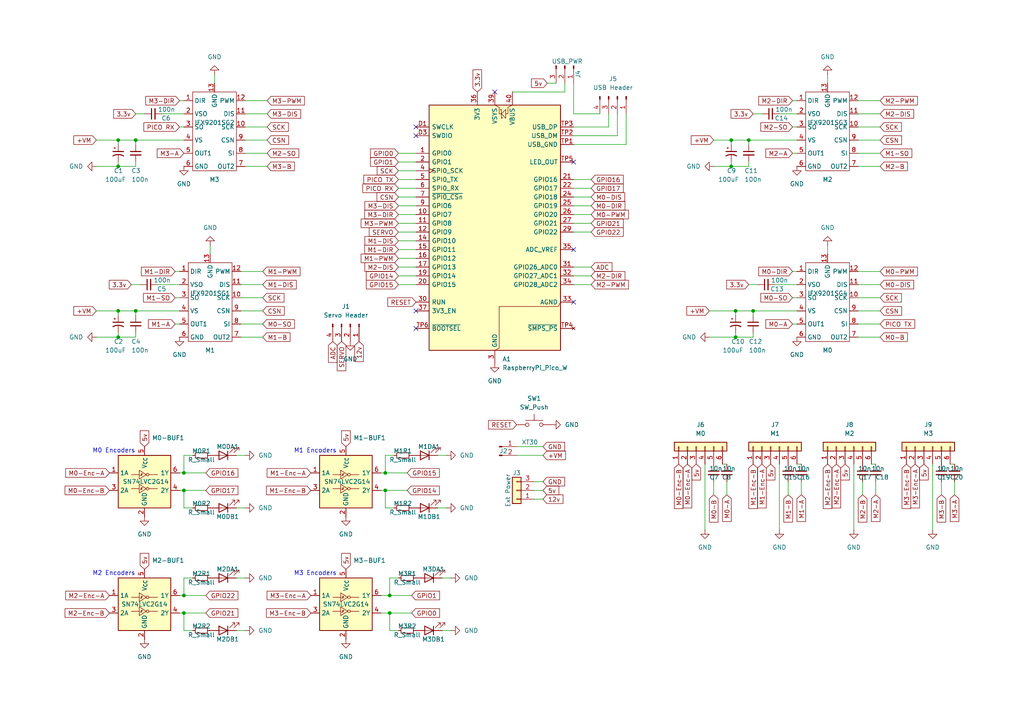
<source format=kicad_sch>
(kicad_sch (version 20231120) (generator "eeschema") (generator_version "8.0")
  (paper "A4")
  (junction (at 34.29 48.26))
  (junction (at 212.09 48.26))
  (junction (at 218.44 90.17))
  (junction (at 53.34 177.8))
  (junction (at 113.03 172.72))
  (junction (at 113.03 177.8))
  (junction (at 111.76 142.24))
  (junction (at 111.76 137.16))
  (junction (at 34.29 90.17))
  (junction (at 53.34 137.16))
  (junction (at 34.29 40.64))
  (junction (at 213.36 90.17))
  (junction (at 34.29 97.79))
  (junction (at 217.17 40.64))
  (junction (at 53.34 172.72))
  (junction (at 213.36 97.79))
  (junction (at 39.37 40.64))
  (junction (at 39.37 90.17))
  (junction (at 212.09 40.64))
  (junction (at 53.34 142.24))
  (no_connect (at 166.37 72.39))
  (no_connect (at 120.65 90.17))
  (no_connect (at 120.65 36.83))
  (no_connect (at 166.37 87.63))
  (no_connect (at 143.51 26.67))
  (no_connect (at 120.65 39.37))
  (no_connect (at 166.37 46.99))
  (no_connect (at 120.65 95.25))
  (wire (pts (xy 166.37 41.91) (xy 181.61 41.91)))
  (wire (pts (xy 273.05 139.7) (xy 273.05 143.51)))
  (wire (pts (xy 76.2 97.79) (xy 69.85 97.79)))
  (wire (pts (xy 27.94 97.79) (xy 34.29 97.79)))
  (wire (pts (xy 59.69 172.72) (xy 53.34 172.72)))
  (wire (pts (xy 149.86 132.08) (xy 157.48 132.08)))
  (wire (pts (xy 166.37 82.55) (xy 171.45 82.55)))
  (wire (pts (xy 27.94 48.26) (xy 34.29 48.26)))
  (wire (pts (xy 114.3 132.08) (xy 111.76 132.08)))
  (wire (pts (xy 59.69 142.24) (xy 53.34 142.24)))
  (wire (pts (xy 157.48 129.54) (xy 149.86 129.54)))
  (wire (pts (xy 39.37 40.64) (xy 39.37 41.91)))
  (wire (pts (xy 53.34 177.8) (xy 53.34 182.88)))
  (wire (pts (xy 115.57 167.64) (xy 113.03 167.64)))
  (wire (pts (xy 68.58 132.08) (xy 71.12 132.08)))
  (wire (pts (xy 217.17 40.64) (xy 231.14 40.64)))
  (wire (pts (xy 229.87 36.83) (xy 231.14 36.83)))
  (wire (pts (xy 68.58 167.64) (xy 71.12 167.64)))
  (wire (pts (xy 115.57 82.55) (xy 120.65 82.55)))
  (wire (pts (xy 204.47 134.62) (xy 204.47 153.67)))
  (wire (pts (xy 52.07 36.83) (xy 53.34 36.83)))
  (wire (pts (xy 69.85 90.17) (xy 76.2 90.17)))
  (wire (pts (xy 69.85 93.98) (xy 76.2 93.98)))
  (wire (pts (xy 166.37 54.61) (xy 171.45 54.61)))
  (wire (pts (xy 179.07 33.02) (xy 179.07 39.37)))
  (wire (pts (xy 111.76 142.24) (xy 111.76 147.32)))
  (wire (pts (xy 218.44 96.52) (xy 218.44 97.79)))
  (wire (pts (xy 111.76 142.24) (xy 110.49 142.24)))
  (wire (pts (xy 207.01 139.7) (xy 207.01 143.51)))
  (wire (pts (xy 39.37 46.99) (xy 39.37 48.26)))
  (wire (pts (xy 218.44 90.17) (xy 218.44 91.44)))
  (wire (pts (xy 217.17 82.55) (xy 219.71 82.55)))
  (wire (pts (xy 218.44 90.17) (xy 231.14 90.17)))
  (wire (pts (xy 39.37 40.64) (xy 53.34 40.64)))
  (wire (pts (xy 248.92 44.45) (xy 255.27 44.45)))
  (wire (pts (xy 248.92 29.21) (xy 255.27 29.21)))
  (wire (pts (xy 275.59 134.62) (xy 276.86 134.62)))
  (wire (pts (xy 248.92 93.98) (xy 255.27 93.98)))
  (wire (pts (xy 115.57 69.85) (xy 120.65 69.85)))
  (wire (pts (xy 71.12 40.64) (xy 77.47 40.64)))
  (wire (pts (xy 158.75 24.13) (xy 161.29 24.13)))
  (wire (pts (xy 71.12 36.83) (xy 77.47 36.83)))
  (wire (pts (xy 60.96 71.12) (xy 60.96 73.66)))
  (wire (pts (xy 53.34 132.08) (xy 53.34 137.16)))
  (wire (pts (xy 166.37 62.23) (xy 171.45 62.23)))
  (wire (pts (xy 166.37 57.15) (xy 171.45 57.15)))
  (wire (pts (xy 27.94 40.64) (xy 34.29 40.64)))
  (wire (pts (xy 207.01 40.64) (xy 212.09 40.64)))
  (wire (pts (xy 229.87 78.74) (xy 231.14 78.74)))
  (wire (pts (xy 115.57 182.88) (xy 113.03 182.88)))
  (wire (pts (xy 127 147.32) (xy 129.54 147.32)))
  (wire (pts (xy 71.12 48.26) (xy 77.47 48.26)))
  (wire (pts (xy 276.86 139.7) (xy 276.86 143.51)))
  (wire (pts (xy 248.92 78.74) (xy 255.27 78.74)))
  (wire (pts (xy 114.3 147.32) (xy 111.76 147.32)))
  (wire (pts (xy 229.87 29.21) (xy 231.14 29.21)))
  (wire (pts (xy 53.34 172.72) (xy 52.07 172.72)))
  (wire (pts (xy 45.72 82.55) (xy 52.07 82.55)))
  (wire (pts (xy 240.03 71.12) (xy 240.03 73.66)))
  (wire (pts (xy 232.41 139.7) (xy 232.41 143.51)))
  (wire (pts (xy 39.37 90.17) (xy 52.07 90.17)))
  (wire (pts (xy 59.69 177.8) (xy 53.34 177.8)))
  (wire (pts (xy 210.82 143.51) (xy 210.82 139.7)))
  (wire (pts (xy 148.59 26.67) (xy 163.83 26.67)))
  (wire (pts (xy 166.37 77.47) (xy 171.45 77.47)))
  (wire (pts (xy 50.8 86.36) (xy 52.07 86.36)))
  (wire (pts (xy 34.29 48.26) (xy 39.37 48.26)))
  (wire (pts (xy 224.79 82.55) (xy 231.14 82.55)))
  (wire (pts (xy 212.09 46.99) (xy 212.09 48.26)))
  (wire (pts (xy 53.34 137.16) (xy 52.07 137.16)))
  (wire (pts (xy 34.29 46.99) (xy 34.29 48.26)))
  (wire (pts (xy 166.37 39.37) (xy 179.07 39.37)))
  (wire (pts (xy 207.01 48.26) (xy 212.09 48.26)))
  (wire (pts (xy 62.23 21.59) (xy 62.23 24.13)))
  (wire (pts (xy 176.53 33.02) (xy 176.53 36.83)))
  (wire (pts (xy 228.6 139.7) (xy 228.6 143.51)))
  (wire (pts (xy 217.17 40.64) (xy 217.17 41.91)))
  (wire (pts (xy 118.11 142.24) (xy 111.76 142.24)))
  (wire (pts (xy 115.57 59.69) (xy 120.65 59.69)))
  (wire (pts (xy 55.88 182.88) (xy 53.34 182.88)))
  (wire (pts (xy 154.94 139.7) (xy 157.48 139.7)))
  (wire (pts (xy 39.37 96.52) (xy 39.37 97.79)))
  (wire (pts (xy 218.44 33.02) (xy 220.98 33.02)))
  (wire (pts (xy 71.12 33.02) (xy 77.47 33.02)))
  (wire (pts (xy 127 132.08) (xy 129.54 132.08)))
  (wire (pts (xy 68.58 182.88) (xy 71.12 182.88)))
  (wire (pts (xy 68.58 147.32) (xy 71.12 147.32)))
  (wire (pts (xy 229.87 86.36) (xy 231.14 86.36)))
  (wire (pts (xy 166.37 52.07) (xy 171.45 52.07)))
  (wire (pts (xy 248.92 36.83) (xy 255.27 36.83)))
  (wire (pts (xy 113.03 177.8) (xy 113.03 182.88)))
  (wire (pts (xy 181.61 33.02) (xy 181.61 41.91)))
  (wire (pts (xy 50.8 78.74) (xy 52.07 78.74)))
  (wire (pts (xy 166.37 67.31) (xy 171.45 67.31)))
  (wire (pts (xy 248.92 82.55) (xy 255.27 82.55)))
  (wire (pts (xy 166.37 36.83) (xy 176.53 36.83)))
  (wire (pts (xy 270.51 134.62) (xy 270.51 153.67)))
  (wire (pts (xy 229.87 44.45) (xy 231.14 44.45)))
  (wire (pts (xy 212.09 48.26) (xy 217.17 48.26)))
  (wire (pts (xy 53.34 142.24) (xy 52.07 142.24)))
  (wire (pts (xy 34.29 91.44) (xy 34.29 90.17)))
  (wire (pts (xy 213.36 90.17) (xy 218.44 90.17)))
  (wire (pts (xy 115.57 52.07) (xy 120.65 52.07)))
  (wire (pts (xy 110.49 172.72) (xy 113.03 172.72)))
  (wire (pts (xy 119.38 172.72) (xy 113.03 172.72)))
  (wire (pts (xy 212.09 40.64) (xy 217.17 40.64)))
  (wire (pts (xy 252.73 134.62) (xy 254 134.62)))
  (wire (pts (xy 53.34 177.8) (xy 52.07 177.8)))
  (wire (pts (xy 248.92 33.02) (xy 255.27 33.02)))
  (wire (pts (xy 27.94 90.17) (xy 34.29 90.17)))
  (wire (pts (xy 34.29 97.79) (xy 39.37 97.79)))
  (wire (pts (xy 213.36 96.52) (xy 213.36 97.79)))
  (wire (pts (xy 231.14 134.62) (xy 232.41 134.62)))
  (wire (pts (xy 46.99 33.02) (xy 53.34 33.02)))
  (wire (pts (xy 115.57 67.31) (xy 120.65 67.31)))
  (wire (pts (xy 115.57 80.01) (xy 120.65 80.01)))
  (wire (pts (xy 154.94 142.24) (xy 157.48 142.24)))
  (wire (pts (xy 213.36 91.44) (xy 213.36 90.17)))
  (wire (pts (xy 128.27 182.88) (xy 130.81 182.88)))
  (wire (pts (xy 59.69 137.16) (xy 53.34 137.16)))
  (wire (pts (xy 115.57 57.15) (xy 120.65 57.15)))
  (wire (pts (xy 55.88 147.32) (xy 53.34 147.32)))
  (wire (pts (xy 118.11 137.16) (xy 111.76 137.16)))
  (wire (pts (xy 38.1 82.55) (xy 40.64 82.55)))
  (wire (pts (xy 110.49 177.8) (xy 113.03 177.8)))
  (wire (pts (xy 115.57 54.61) (xy 120.65 54.61)))
  (wire (pts (xy 34.29 96.52) (xy 34.29 97.79)))
  (wire (pts (xy 205.74 97.79) (xy 213.36 97.79)))
  (wire (pts (xy 115.57 72.39) (xy 120.65 72.39)))
  (wire (pts (xy 248.92 97.79) (xy 255.27 97.79)))
  (wire (pts (xy 254 139.7) (xy 254 143.51)))
  (wire (pts (xy 229.87 93.98) (xy 231.14 93.98)))
  (wire (pts (xy 50.8 93.98) (xy 52.07 93.98)))
  (wire (pts (xy 250.19 139.7) (xy 250.19 143.51)))
  (wire (pts (xy 53.34 142.24) (xy 53.34 147.32)))
  (wire (pts (xy 115.57 44.45) (xy 120.65 44.45)))
  (wire (pts (xy 128.27 167.64) (xy 130.81 167.64)))
  (wire (pts (xy 52.07 29.21) (xy 53.34 29.21)))
  (wire (pts (xy 53.34 167.64) (xy 53.34 172.72)))
  (wire (pts (xy 55.88 132.08) (xy 53.34 132.08)))
  (wire (pts (xy 69.85 82.55) (xy 76.2 82.55)))
  (wire (pts (xy 119.38 177.8) (xy 113.03 177.8)))
  (wire (pts (xy 39.37 90.17) (xy 39.37 91.44)))
  (wire (pts (xy 226.06 134.62) (xy 226.06 153.67)))
  (wire (pts (xy 248.92 90.17) (xy 255.27 90.17)))
  (wire (pts (xy 69.85 78.74) (xy 76.2 78.74)))
  (wire (pts (xy 113.03 167.64) (xy 113.03 172.72)))
  (wire (pts (xy 247.65 134.62) (xy 247.65 153.67)))
  (wire (pts (xy 248.92 48.26) (xy 255.27 48.26)))
  (wire (pts (xy 240.03 21.59) (xy 240.03 24.13)))
  (wire (pts (xy 209.55 134.62) (xy 210.82 134.62)))
  (wire (pts (xy 154.94 144.78) (xy 157.48 144.78)))
  (wire (pts (xy 34.29 41.91) (xy 34.29 40.64)))
  (wire (pts (xy 115.57 77.47) (xy 120.65 77.47)))
  (wire (pts (xy 34.29 90.17) (xy 39.37 90.17)))
  (wire (pts (xy 115.57 49.53) (xy 120.65 49.53)))
  (wire (pts (xy 163.83 24.13) (xy 163.83 26.67)))
  (wire (pts (xy 166.37 64.77) (xy 171.45 64.77)))
  (wire (pts (xy 111.76 137.16) (xy 110.49 137.16)))
  (wire (pts (xy 39.37 33.02) (xy 41.91 33.02)))
  (wire (pts (xy 212.09 41.91) (xy 212.09 40.64)))
  (wire (pts (xy 166.37 80.01) (xy 171.45 80.01)))
  (wire (pts (xy 71.12 29.21) (xy 77.47 29.21)))
  (wire (pts (xy 55.88 167.64) (xy 53.34 167.64)))
  (wire (pts (xy 248.92 86.36) (xy 255.27 86.36)))
  (wire (pts (xy 166.37 33.02) (xy 173.99 33.02)))
  (wire (pts (xy 115.57 46.99) (xy 120.65 46.99)))
  (wire (pts (xy 71.12 44.45) (xy 77.47 44.45)))
  (wire (pts (xy 115.57 64.77) (xy 120.65 64.77)))
  (wire (pts (xy 115.57 62.23) (xy 120.65 62.23)))
  (wire (pts (xy 34.29 40.64) (xy 39.37 40.64)))
  (wire (pts (xy 115.57 74.93) (xy 120.65 74.93)))
  (wire (pts (xy 111.76 132.08) (xy 111.76 137.16)))
  (wire (pts (xy 217.17 46.99) (xy 217.17 48.26)))
  (wire (pts (xy 205.74 90.17) (xy 213.36 90.17)))
  (wire (pts (xy 226.06 33.02) (xy 231.14 33.02)))
  (wire (pts (xy 166.37 24.13) (xy 166.37 33.02)))
  (wire (pts (xy 248.92 40.64) (xy 255.27 40.64)))
  (wire (pts (xy 166.37 59.69) (xy 171.45 59.69)))
  (wire (pts (xy 69.85 86.36) (xy 76.2 86.36)))
  (wire (pts (xy 213.36 97.79) (xy 218.44 97.79)))
  (text "M3 Encoders" (at 91.44 166.37 0) (effects (font (size 1.27 1.27))))
  (text "M1 Encoders" (at 91.44 130.81 0) (effects (font (size 1.27 1.27))))
  (text "M2 Encoders" (at 33.02 166.37 0) (effects (font (size 1.27 1.27))))
  (text "M0 Encoders" (at 33.02 130.81 0) (effects (font (size 1.27 1.27))))
  (global_label "M2-PWM" (shape input) (at 171.45 82.55 0) (property "Intersheetrefs" "${INTERSHEET_REFS}" (effects (hide yes))))
  (global_label "PICO TX" (shape input) (at 255.27 93.98 0) (property "Intersheetrefs" "${INTERSHEET_REFS}" (effects (hide yes))))
  (global_label "M3-DIS" (shape input) (at 115.57 59.69 180) (property "Intersheetrefs" "${INTERSHEET_REFS}" (effects (hide yes))))
  (global_label "GPIO21" (shape input) (at 171.45 64.77 0) (property "Intersheetrefs" "${INTERSHEET_REFS}" (effects (hide yes))))
  (global_label "+VM" (shape input) (at 27.94 40.64 180) (property "Intersheetrefs" "${INTERSHEET_REFS}" (effects (hide yes))))
  (global_label "M0-Enc-B" (shape input) (at 196.85 134.62 270) (property "Intersheetrefs" "${INTERSHEET_REFS}" (effects (hide yes))))
  (global_label "CSN" (shape input) (at 77.47 40.64 0) (property "Intersheetrefs" "${INTERSHEET_REFS}" (effects (hide yes))))
  (global_label "M1-Enc-A" (shape input) (at 220.98 134.62 270) (property "Intersheetrefs" "${INTERSHEET_REFS}" (effects (hide yes))))
  (global_label "M3-Enc-B" (shape input) (at 262.89 134.62 270) (property "Intersheetrefs" "${INTERSHEET_REFS}" (effects (hide yes))))
  (global_label "5v" (shape input) (at 100.33 165.1 90) (property "Intersheetrefs" "${INTERSHEET_REFS}" (effects (hide yes))))
  (global_label "M3-Enc-B" (shape input) (at 90.17 177.8 180) (property "Intersheetrefs" "${INTERSHEET_REFS}" (effects (hide yes))))
  (global_label "PICO RX" (shape input) (at 52.07 36.83 180) (property "Intersheetrefs" "${INTERSHEET_REFS}" (effects (hide yes))))
  (global_label "GND" (shape input) (at 157.48 129.54 0) (property "Intersheetrefs" "${INTERSHEET_REFS}" (effects (hide yes))))
  (global_label "3.3v" (shape input) (at 39.37 33.02 180) (property "Intersheetrefs" "${INTERSHEET_REFS}" (effects (hide yes))))
  (global_label "M3-PWM" (shape input) (at 115.57 64.77 180) (property "Intersheetrefs" "${INTERSHEET_REFS}" (effects (hide yes))))
  (global_label "5v" (shape input) (at 41.91 129.54 90) (property "Intersheetrefs" "${INTERSHEET_REFS}" (effects (hide yes))))
  (global_label "M0-Enc-A" (shape input) (at 31.75 137.16 180) (property "Intersheetrefs" "${INTERSHEET_REFS}" (effects (hide yes))))
  (global_label "M1-Enc-B" (shape input) (at 218.44 134.62 270) (property "Intersheetrefs" "${INTERSHEET_REFS}" (effects (hide yes))))
  (global_label "M0-SO" (shape input) (at 229.87 86.36 180) (property "Intersheetrefs" "${INTERSHEET_REFS}" (effects (hide yes))))
  (global_label "M2-Enc-A" (shape input) (at 242.57 134.62 270) (property "Intersheetrefs" "${INTERSHEET_REFS}" (effects (hide yes))))
  (global_label "M1-Enc-B" (shape input) (at 90.17 142.24 180) (property "Intersheetrefs" "${INTERSHEET_REFS}" (effects (hide yes))))
  (global_label "+VM" (shape input) (at 157.48 132.08 0) (property "Intersheetrefs" "${INTERSHEET_REFS}" (effects (hide yes))))
  (global_label "GPIO15" (shape input) (at 118.11 137.16 0) (property "Intersheetrefs" "${INTERSHEET_REFS}" (effects (hide yes))))
  (global_label "M2-DIS" (shape input) (at 115.57 77.47 180) (property "Intersheetrefs" "${INTERSHEET_REFS}" (effects (hide yes))))
  (global_label "GPIO16" (shape input) (at 171.45 52.07 0) (property "Intersheetrefs" "${INTERSHEET_REFS}" (effects (hide yes))))
  (global_label "SCK" (shape input) (at 255.27 86.36 0) (property "Intersheetrefs" "${INTERSHEET_REFS}" (effects (hide yes))))
  (global_label "GPIO1" (shape input) (at 115.57 46.99 180) (property "Intersheetrefs" "${INTERSHEET_REFS}" (effects (hide yes))))
  (global_label "M1-B" (shape input) (at 228.6 143.51 270) (property "Intersheetrefs" "${INTERSHEET_REFS}" (effects (hide yes))))
  (global_label "M3-B" (shape input) (at 273.05 143.51 270) (property "Intersheetrefs" "${INTERSHEET_REFS}" (effects (hide yes))))
  (global_label "5v" (shape input) (at 157.48 142.24 0) (property "Intersheetrefs" "${INTERSHEET_REFS}" (effects (hide yes))))
  (global_label "M2-SO" (shape input) (at 77.47 44.45 0) (property "Intersheetrefs" "${INTERSHEET_REFS}" (effects (hide yes))))
  (global_label "GPIO14" (shape input) (at 118.11 142.24 0) (property "Intersheetrefs" "${INTERSHEET_REFS}" (effects (hide yes))))
  (global_label "5v" (shape input) (at 223.52 134.62 270) (property "Intersheetrefs" "${INTERSHEET_REFS}" (effects (hide yes))))
  (global_label "M1-DIR" (shape input) (at 115.57 72.39 180) (property "Intersheetrefs" "${INTERSHEET_REFS}" (effects (hide yes))))
  (global_label "GPIO14" (shape input) (at 115.57 80.01 180) (property "Intersheetrefs" "${INTERSHEET_REFS}" (effects (hide yes))))
  (global_label "RESET" (shape input) (at 149.86 123.19 180) (property "Intersheetrefs" "${INTERSHEET_REFS}" (effects (hide yes))))
  (global_label "M2-DIS" (shape input) (at 255.27 33.02 0) (property "Intersheetrefs" "${INTERSHEET_REFS}" (effects (hide yes))))
  (global_label "5v" (shape input) (at 41.91 165.1 90) (property "Intersheetrefs" "${INTERSHEET_REFS}" (effects (hide yes))))
  (global_label "CSN" (shape input) (at 255.27 90.17 0) (property "Intersheetrefs" "${INTERSHEET_REFS}" (effects (hide yes))))
  (global_label "M0-A" (shape input) (at 229.87 93.98 180) (property "Intersheetrefs" "${INTERSHEET_REFS}" (effects (hide yes))))
  (global_label "M3-A" (shape input) (at 276.86 143.51 270) (property "Intersheetrefs" "${INTERSHEET_REFS}" (effects (hide yes))))
  (global_label "M2-B" (shape input) (at 250.19 143.51 270) (property "Intersheetrefs" "${INTERSHEET_REFS}" (effects (hide yes))))
  (global_label "5v" (shape input) (at 267.97 134.62 270) (property "Intersheetrefs" "${INTERSHEET_REFS}" (effects (hide yes))))
  (global_label "GPIO16" (shape input) (at 59.69 137.16 0) (property "Intersheetrefs" "${INTERSHEET_REFS}" (effects (hide yes))))
  (global_label "+VM" (shape input) (at 205.74 90.17 180) (property "Intersheetrefs" "${INTERSHEET_REFS}" (effects (hide yes))))
  (global_label "SCK" (shape input) (at 255.27 36.83 0) (property "Intersheetrefs" "${INTERSHEET_REFS}" (effects (hide yes))))
  (global_label "CSN" (shape input) (at 76.2 90.17 0) (property "Intersheetrefs" "${INTERSHEET_REFS}" (effects (hide yes))))
  (global_label "M0-SO" (shape input) (at 76.2 93.98 0) (property "Intersheetrefs" "${INTERSHEET_REFS}" (effects (hide yes))))
  (global_label "SCK" (shape input) (at 76.2 86.36 0) (property "Intersheetrefs" "${INTERSHEET_REFS}" (effects (hide yes))))
  (global_label "M2-DIR" (shape input) (at 229.87 29.21 180) (property "Intersheetrefs" "${INTERSHEET_REFS}" (effects (hide yes))))
  (global_label "GPIO17" (shape input) (at 171.45 54.61 0) (property "Intersheetrefs" "${INTERSHEET_REFS}" (effects (hide yes))))
  (global_label "M1-Enc-A" (shape input) (at 90.17 137.16 180) (property "Intersheetrefs" "${INTERSHEET_REFS}" (effects (hide yes))))
  (global_label "M1-SO" (shape input) (at 50.8 86.36 180) (property "Intersheetrefs" "${INTERSHEET_REFS}" (effects (hide yes))))
  (global_label "M1-A" (shape input) (at 50.8 93.98 180) (property "Intersheetrefs" "${INTERSHEET_REFS}" (effects (hide yes))))
  (global_label "M1-DIR" (shape input) (at 50.8 78.74 180) (property "Intersheetrefs" "${INTERSHEET_REFS}" (effects (hide yes))))
  (global_label "M0-B" (shape input) (at 255.27 97.79 0) (property "Intersheetrefs" "${INTERSHEET_REFS}" (effects (hide yes))))
  (global_label "5v" (shape input) (at 100.33 129.54 90) (property "Intersheetrefs" "${INTERSHEET_REFS}" (effects (hide yes))))
  (global_label "M2-Enc-B" (shape input) (at 240.03 134.62 270) (property "Intersheetrefs" "${INTERSHEET_REFS}" (effects (hide yes))))
  (global_label "3.3v" (shape input) (at 38.1 82.55 180) (property "Intersheetrefs" "${INTERSHEET_REFS}" (effects (hide yes))))
  (global_label "M3-DIR" (shape input) (at 115.57 62.23 180) (property "Intersheetrefs" "${INTERSHEET_REFS}" (effects (hide yes))))
  (global_label "5v" (shape input) (at 158.75 24.13 180) (property "Intersheetrefs" "${INTERSHEET_REFS}" (effects (hide yes))))
  (global_label "SERVO" (shape input) (at 115.57 67.31 180) (property "Intersheetrefs" "${INTERSHEET_REFS}" (effects (hide yes))))
  (global_label "ADC" (shape input) (at 171.45 77.47 0) (property "Intersheetrefs" "${INTERSHEET_REFS}" (effects (hide yes))))
  (global_label "M3-A" (shape input) (at 53.34 44.45 180) (property "Intersheetrefs" "${INTERSHEET_REFS}" (effects (hide yes))))
  (global_label "5v" (shape input) (at 201.93 134.62 270) (property "Intersheetrefs" "${INTERSHEET_REFS}" (effects (hide yes))))
  (global_label "3.3v" (shape input) (at 217.17 82.55 180) (property "Intersheetrefs" "${INTERSHEET_REFS}" (effects (hide yes))))
  (global_label "M0-DIS" (shape input) (at 255.27 82.55 0) (property "Intersheetrefs" "${INTERSHEET_REFS}" (effects (hide yes))))
  (global_label "M0-PWM" (shape input) (at 255.27 78.74 0) (property "Intersheetrefs" "${INTERSHEET_REFS}" (effects (hide yes))))
  (global_label "GPIO17" (shape input) (at 59.69 142.24 0) (property "Intersheetrefs" "${INTERSHEET_REFS}" (effects (hide yes))))
  (global_label "12v" (shape input) (at 104.14 99.06 270) (property "Intersheetrefs" "${INTERSHEET_REFS}" (effects (hide yes))))
  (global_label "3.3v" (shape input) (at 218.44 33.02 180) (property "Intersheetrefs" "${INTERSHEET_REFS}" (effects (hide yes))))
  (global_label "M3-DIR" (shape input) (at 52.07 29.21 180) (property "Intersheetrefs" "${INTERSHEET_REFS}" (effects (hide yes))))
  (global_label "M0-A" (shape input) (at 210.82 143.51 270) (property "Intersheetrefs" "${INTERSHEET_REFS}" (effects (hide yes))))
  (global_label "M3-PWM" (shape input) (at 77.47 29.21 0) (property "Intersheetrefs" "${INTERSHEET_REFS}" (effects (hide yes))))
  (global_label "5v" (shape input) (at 245.11 134.62 270) (property "Intersheetrefs" "${INTERSHEET_REFS}" (effects (hide yes))))
  (global_label "CSN" (shape input) (at 115.57 57.15 180) (property "Intersheetrefs" "${INTERSHEET_REFS}" (effects (hide yes))))
  (global_label "SERVO" (shape input) (at 99.06 99.06 270) (property "Intersheetrefs" "${INTERSHEET_REFS}" (effects (hide yes))))
  (global_label "RESET" (shape input) (at 120.65 87.63 180) (property "Intersheetrefs" "${INTERSHEET_REFS}" (effects (hide yes))))
  (global_label "M3-Enc-A" (shape input) (at 265.43 134.62 270) (property "Intersheetrefs" "${INTERSHEET_REFS}" (effects (hide yes))))
  (global_label "12v" (shape input) (at 157.48 144.78 0) (property "Intersheetrefs" "${INTERSHEET_REFS}" (effects (hide yes))))
  (global_label "CSN" (shape input) (at 255.27 40.64 0) (property "Intersheetrefs" "${INTERSHEET_REFS}" (effects (hide yes))))
  (global_label "GND" (shape input) (at 157.48 139.7 0) (property "Intersheetrefs" "${INTERSHEET_REFS}" (effects (hide yes))))
  (global_label "+VM" (shape input) (at 207.01 40.64 180) (property "Intersheetrefs" "${INTERSHEET_REFS}" (effects (hide yes))))
  (global_label "M1-PWM" (shape input) (at 115.57 74.93 180) (property "Intersheetrefs" "${INTERSHEET_REFS}" (effects (hide yes))))
  (global_label "M2-Enc-A" (shape input) (at 31.75 172.72 180) (property "Intersheetrefs" "${INTERSHEET_REFS}" (effects (hide yes))))
  (global_label "PICO RX" (shape input) (at 115.57 54.61 180) (property "Intersheetrefs" "${INTERSHEET_REFS}" (effects (hide yes))))
  (global_label "GPIO15" (shape input) (at 115.57 82.55 180) (property "Intersheetrefs" "${INTERSHEET_REFS}" (effects (hide yes))))
  (global_label "M3-B" (shape input) (at 77.47 48.26 0) (property "Intersheetrefs" "${INTERSHEET_REFS}" (effects (hide yes))))
  (global_label "M2-SO" (shape input) (at 229.87 36.83 180) (property "Intersheetrefs" "${INTERSHEET_REFS}" (effects (hide yes))))
  (global_label "M1-DIS" (shape input) (at 115.57 69.85 180) (property "Intersheetrefs" "${INTERSHEET_REFS}" (effects (hide yes))))
  (global_label "M1-PWM" (shape input) (at 76.2 78.74 0) (property "Intersheetrefs" "${INTERSHEET_REFS}" (effects (hide yes))))
  (global_label "M0-DIS" (shape input) (at 171.45 57.15 0) (property "Intersheetrefs" "${INTERSHEET_REFS}" (effects (hide yes))))
  (global_label "SCK" (shape input) (at 77.47 36.83 0) (property "Intersheetrefs" "${INTERSHEET_REFS}" (effects (hide yes))))
  (global_label "PICO TX" (shape input) (at 115.57 52.07 180) (property "Intersheetrefs" "${INTERSHEET_REFS}" (effects (hide yes))))
  (global_label "M1-SO" (shape input) (at 255.27 44.45 0) (property "Intersheetrefs" "${INTERSHEET_REFS}" (effects (hide yes))))
  (global_label "GPIO1" (shape input) (at 119.38 172.72 0) (property "Intersheetrefs" "${INTERSHEET_REFS}" (effects (hide yes))))
  (global_label "+VM" (shape input) (at 27.94 90.17 180) (property "Intersheetrefs" "${INTERSHEET_REFS}" (effects (hide yes))))
  (global_label "M0-Enc-B" (shape input) (at 31.75 142.24 180) (property "Intersheetrefs" "${INTERSHEET_REFS}" (effects (hide yes))))
  (global_label "M2-A" (shape input) (at 229.87 44.45 180) (property "Intersheetrefs" "${INTERSHEET_REFS}" (effects (hide yes))))
  (global_label "GPIO0" (shape input) (at 119.38 177.8 0) (property "Intersheetrefs" "${INTERSHEET_REFS}" (effects (hide yes))))
  (global_label "M2-A" (shape input) (at 254 143.51 270) (property "Intersheetrefs" "${INTERSHEET_REFS}" (effects (hide yes))))
  (global_label "SCK" (shape input) (at 115.57 49.53 180) (property "Intersheetrefs" "${INTERSHEET_REFS}" (effects (hide yes))))
  (global_label "GPIO22" (shape input) (at 59.69 172.72 0) (property "Intersheetrefs" "${INTERSHEET_REFS}" (effects (hide yes))))
  (global_label "M2-B" (shape input) (at 255.27 48.26 0) (property "Intersheetrefs" "${INTERSHEET_REFS}" (effects (hide yes))))
  (global_label "M3-Enc-A" (shape input) (at 90.17 172.72 180) (property "Intersheetrefs" "${INTERSHEET_REFS}" (effects (hide yes))))
  (global_label "ADC" (shape input) (at 96.52 99.06 270) (property "Intersheetrefs" "${INTERSHEET_REFS}" (effects (hide yes))))
  (global_label "M2-DIR" (shape input) (at 171.45 80.01 0) (property "Intersheetrefs" "${INTERSHEET_REFS}" (effects (hide yes))))
  (global_label "M0-Enc-A" (shape input) (at 199.39 134.62 270) (property "Intersheetrefs" "${INTERSHEET_REFS}" (effects (hide yes))))
  (global_label "M1-A" (shape input) (at 232.41 143.51 270) (property "Intersheetrefs" "${INTERSHEET_REFS}" (effects (hide yes))))
  (global_label "GPIO21" (shape input) (at 59.69 177.8 0) (property "Intersheetrefs" "${INTERSHEET_REFS}" (effects (hide yes))))
  (global_label "M2-Enc-B" (shape input) (at 31.75 177.8 180) (property "Intersheetrefs" "${INTERSHEET_REFS}" (effects (hide yes))))
  (global_label "M0-DIR" (shape input) (at 171.45 59.69 0) (property "Intersheetrefs" "${INTERSHEET_REFS}" (effects (hide yes))))
  (global_label "M2-PWM" (shape input) (at 255.27 29.21 0) (property "Intersheetrefs" "${INTERSHEET_REFS}" (effects (hide yes))))
  (global_label "GPIO0" (shape input) (at 115.57 44.45 180) (property "Intersheetrefs" "${INTERSHEET_REFS}" (effects (hide yes))))
  (global_label "3.3v" (shape input) (at 138.43 26.67 90) (property "Intersheetrefs" "${INTERSHEET_REFS}" (effects (hide yes))))
  (global_label "M0-PWM" (shape input) (at 171.45 62.23 0) (property "Intersheetrefs" "${INTERSHEET_REFS}" (effects (hide yes))))
  (global_label "M3-DIS" (shape input) (at 77.47 33.02 0) (property "Intersheetrefs" "${INTERSHEET_REFS}" (effects (hide yes))))
  (global_label "M1-DIS" (shape input) (at 76.2 82.55 0) (property "Intersheetrefs" "${INTERSHEET_REFS}" (effects (hide yes))))
  (global_label "M0-B" (shape input) (at 207.01 143.51 270) (property "Intersheetrefs" "${INTERSHEET_REFS}" (effects (hide yes))))
  (global_label "GPIO22" (shape input) (at 171.45 67.31 0) (property "Intersheetrefs" "${INTERSHEET_REFS}" (effects (hide yes))))
  (global_label "M0-DIR" (shape input) (at 229.87 78.74 180) (property "Intersheetrefs" "${INTERSHEET_REFS}" (effects (hide yes))))
  (global_label "M1-B" (shape input) (at 76.2 97.79 0) (property "Intersheetrefs" "${INTERSHEET_REFS}" (effects (hide yes))))
  (symbol (lib_id "power:GND") (at 231.14 97.79 0) (unit 1)
    (property "Reference" "#PWR027" (effects (hide yes)))
    (property "Value" "GND" (at 231.14 102.87 0))
    (property "Description" "Power symbol creates a global label with name \"GND\" , ground" (effects (hide yes)))
  )
  (symbol (lib_id "power:GND") (at 71.12 167.64 90) (unit 1)
    (property "Reference" "#PWR011" (effects (hide yes)))
    (property "Value" "GND" (at 74.93 167.6399 90) (effects (justify right)))
    (property "Description" "Power symbol creates a global label with name \"GND\" , ground" (effects (hide yes)))
  )
  (symbol (lib_id "power:GND") (at 247.65 153.67 0) (unit 1)
    (property "Reference" "#PWR030" (effects (hide yes)))
    (property "Value" "GND" (at 247.65 158.75 0))
    (property "Description" "Power symbol creates a global label with name \"GND\" , ground" (effects (hide yes)))
  )
  (symbol (lib_id "Device:C_Polarized_Small_US") (at 212.09 44.45 0) (unit 1)
    (property "Reference" "C9" (at 210.82 49.53 0) (effects (justify left)))
    (property "Value" "100uF" (at 208.28 52.07 0) (effects (justify left)))
    (property "Footprint" "Capacitor_THT:CP_Radial_D6.3mm_P2.50mm" (effects (hide yes)))
    (property "Description" "Polarized capacitor, small US symbol" (effects (hide yes)))
  )
  (symbol (lib_id "Device:LED") (at 123.19 147.32 180) (unit 1)
    (property "Reference" "M1DB1" (at 124.46 149.86 0))
    (property "Value" "LED" (effects (hide yes)))
    (property "Footprint" "LED_SMD:LED_0805_2012Metric" (effects (hide yes)))
    (property "Description" "Light emitting diode" (effects (hide yes)))
  )
  (symbol (lib_id "Device:C_Small") (at 39.37 93.98 0) (unit 1)
    (property "Reference" "C4" (at 38.1 99.06 0) (effects (justify left)))
    (property "Value" "100n" (at 38.1 101.6 0) (effects (justify left)))
    (property "Footprint" "Capacitor_SMD:C_1206_3216Metric" (effects (hide yes)))
    (property "Description" "Unpolarized capacitor, small symbol" (effects (hide yes)))
  )
  (symbol (lib_id "power:GND") (at 130.81 182.88 90) (unit 1)
    (property "Reference" "#PWR019" (effects (hide yes)))
    (property "Value" "GND" (at 134.62 182.8799 90) (effects (justify right)))
    (property "Description" "Power symbol creates a global label with name \"GND\" , ground" (effects (hide yes)))
  )
  (symbol (lib_id "Device:R_Small") (at 58.42 167.64 90) (unit 1)
    (property "Reference" "M2R1" (at 58.42 166.37 90))
    (property "Value" "R_Small" (at 58.42 168.91 90))
    (property "Footprint" "Resistor_SMD:R_0805_2012Metric" (effects (hide yes)))
    (property "Description" "Resistor, small symbol" (effects (hide yes)))
  )
  (symbol (lib_id "IFX9201SG:IFX9201SG") (at 240.03 26.67 0) (unit 1)
    (property "Reference" "IFX9201SG3" (at 240.03 35.56 0))
    (property "Value" "M2" (at 240.03 52.07 0))
    (property "Footprint" "9201SG:PG_DSO_12_17" (effects (hide yes)))
  )
  (symbol (lib_id "Device:R_Small") (at 58.42 182.88 90) (unit 1)
    (property "Reference" "M2R2" (at 58.42 181.61 90))
    (property "Value" "R_Small" (at 58.42 184.15 90))
    (property "Footprint" "Resistor_SMD:R_0805_2012Metric" (effects (hide yes)))
    (property "Description" "Resistor, small symbol" (effects (hide yes)))
  )
  (symbol (lib_id "power:GND") (at 143.51 105.41 0) (unit 1)
    (property "Reference" "#PWR020" (effects (hide yes)))
    (property "Value" "GND" (at 143.51 110.49 0))
    (property "Description" "Power symbol creates a global label with name \"GND\" , ground" (effects (hide yes)))
  )
  (symbol (lib_id "Device:R_Small") (at 58.42 132.08 90) (unit 1)
    (property "Reference" "M0R1" (at 58.42 130.81 90))
    (property "Value" "R_Small" (at 58.42 133.35 90))
    (property "Footprint" "Resistor_SMD:R_0805_2012Metric" (effects (hide yes)))
    (property "Description" "Resistor, small symbol" (effects (hide yes)))
  )
  (symbol (lib_id "power:GND") (at 270.51 153.67 0) (unit 1)
    (property "Reference" "#PWR031" (effects (hide yes)))
    (property "Value" "GND" (at 270.51 158.75 0))
    (property "Description" "Power symbol creates a global label with name \"GND\" , ground" (effects (hide yes)))
  )
  (symbol (lib_id "Device:R_Small") (at 118.11 182.88 90) (unit 1)
    (property "Reference" "M3R2" (at 118.11 181.61 90))
    (property "Value" "R_Small" (at 118.11 184.15 90))
    (property "Footprint" "Resistor_SMD:R_0805_2012Metric" (effects (hide yes)))
    (property "Description" "Resistor, small symbol" (effects (hide yes)))
  )
  (symbol (lib_id "Device:LED") (at 124.46 182.88 180) (unit 1)
    (property "Reference" "M3DB1" (at 125.73 185.42 0))
    (property "Value" "LED" (effects (hide yes)))
    (property "Footprint" "LED_SMD:LED_0805_2012Metric" (effects (hide yes)))
    (property "Description" "Light emitting diode" (effects (hide yes)))
  )
  (symbol (lib_id "power:GND") (at 52.07 97.79 0) (unit 1)
    (property "Reference" "#PWR05" (effects (hide yes)))
    (property "Value" "GND" (at 52.07 102.87 0))
    (property "Description" "Power symbol creates a global label with name \"GND\" , ground" (effects (hide yes)))
  )
  (symbol (lib_id "Device:C_Polarized_Small_US") (at 213.36 93.98 0) (unit 1)
    (property "Reference" "C10" (at 212.09 99.06 0) (effects (justify left)))
    (property "Value" "100uF" (at 209.55 101.6 0) (effects (justify left)))
    (property "Footprint" "Capacitor_THT:CP_Radial_D6.3mm_P2.50mm" (effects (hide yes)))
    (property "Description" "Polarized capacitor, small US symbol" (effects (hide yes)))
  )
  (symbol (lib_id "Device:LED") (at 64.77 147.32 180) (unit 1)
    (property "Reference" "M0DB1" (at 66.04 149.86 0))
    (property "Value" "LED" (effects (hide yes)))
    (property "Footprint" "LED_SMD:LED_0805_2012Metric" (effects (hide yes)))
    (property "Description" "Light emitting diode" (effects (hide yes)))
  )
  (symbol (lib_id "Device:C_Small") (at 207.01 137.16 0) (unit 1)
    (property "Reference" "C7" (at 205.74 138.43 0) (effects (justify left)))
    (property "Value" "10n" (at 205.74 135.89 0) (effects (justify left)))
    (property "Footprint" "Capacitor_SMD:C_1206_3216Metric" (effects (hide yes)))
    (property "Description" "Unpolarized capacitor, small symbol" (effects (hide yes)))
  )
  (symbol (lib_id "Connector_Generic:Conn_01x06") (at 267.97 129.54 90) (unit 1)
    (property "Reference" "J9" (at 269.24 123.19 90))
    (property "Value" "M3" (at 269.24 125.73 90))
    (property "Footprint" "Connector_JST:JST_XH_S6B-XH-A_1x06_P2.50mm_Horizontal" (effects (hide yes)))
    (property "Description" "Generic connector, single row, 01x06, script generated (kicad-library-utils/schlib/autogen/connector/)" (effects (hide yes)))
  )
  (symbol (lib_id "Connector_Generic:Conn_01x06") (at 245.11 129.54 90) (unit 1)
    (property "Reference" "J8" (at 246.38 123.19 90))
    (property "Value" "M2" (at 246.38 125.73 90))
    (property "Footprint" "Connector_JST:JST_XH_S6B-XH-A_1x06_P2.50mm_Horizontal" (effects (hide yes)))
    (property "Description" "Generic connector, single row, 01x06, script generated (kicad-library-utils/schlib/autogen/connector/)" (effects (hide yes)))
  )
  (symbol (lib_id "Device:C_Small") (at 222.25 82.55 90) (unit 1)
    (property "Reference" "C13" (at 227.33 83.82 90) (effects (justify left)))
    (property "Value" "100n" (at 228.6 81.28 90) (effects (justify left)))
    (property "Footprint" "Capacitor_SMD:C_1206_3216Metric" (effects (hide yes)))
    (property "Description" "Unpolarized capacitor, small symbol" (effects (hide yes)))
  )
  (symbol (lib_id "power:GND") (at 204.47 153.67 0) (unit 1)
    (property "Reference" "#PWR022" (effects (hide yes)))
    (property "Value" "GND" (at 204.47 158.75 0))
    (property "Description" "Power symbol creates a global label with name \"GND\" , ground" (effects (hide yes)))
  )
  (symbol (lib_id "Device:LED") (at 64.77 132.08 180) (unit 1)
    (property "Reference" "M0DA1" (at 66.04 129.54 0))
    (property "Value" "LED" (effects (hide yes)))
    (property "Footprint" "LED_SMD:LED_0805_2012Metric_Pad1.15x1.40mm_HandSolder" (effects (hide yes)))
    (property "Description" "Light emitting diode" (effects (hide yes)))
  )
  (symbol (lib_id "Device:R_Small") (at 116.84 147.32 90) (unit 1)
    (property "Reference" "M1R2" (at 116.84 146.05 90))
    (property "Value" "R_Small" (at 116.84 148.59 90))
    (property "Footprint" "Resistor_SMD:R_0805_2012Metric" (effects (hide yes)))
    (property "Description" "Resistor, small symbol" (effects (hide yes)))
  )
  (symbol (lib_id "power:GND") (at 129.54 132.08 90) (unit 1)
    (property "Reference" "#PWR016" (effects (hide yes)))
    (property "Value" "GND" (at 133.35 132.0799 90) (effects (justify right)))
    (property "Description" "Power symbol creates a global label with name \"GND\" , ground" (effects (hide yes)))
  )
  (symbol (lib_id "Device:C_Small") (at 44.45 33.02 90) (unit 1)
    (property "Reference" "C6" (at 49.53 34.29 90) (effects (justify left)))
    (property "Value" "100n" (at 50.8 31.75 90) (effects (justify left)))
    (property "Footprint" "Capacitor_SMD:C_1206_3216Metric" (effects (hide yes)))
    (property "Description" "Unpolarized capacitor, small symbol" (effects (hide yes)))
  )
  (symbol (lib_id "power:GND") (at 53.34 48.26 0) (unit 1)
    (property "Reference" "#PWR06" (effects (hide yes)))
    (property "Value" "GND" (at 53.34 53.34 0))
    (property "Description" "Power symbol creates a global label with name \"GND\" , ground" (effects (hide yes)))
  )
  (symbol (lib_id "power:GND") (at 226.06 153.67 0) (unit 1)
    (property "Reference" "#PWR025" (effects (hide yes)))
    (property "Value" "GND" (at 226.06 158.75 0))
    (property "Description" "Power symbol creates a global label with name \"GND\" , ground" (effects (hide yes)))
  )
  (symbol (lib_id "power:GND") (at 100.33 185.42 0) (unit 1)
    (property "Reference" "#PWR014" (effects (hide yes)))
    (property "Value" "GND" (at 100.33 190.5 0))
    (property "Description" "Power symbol creates a global label with name \"GND\" , ground" (effects (hide yes)))
  )
  (symbol (lib_id "power:GND") (at 240.03 71.12 180) (unit 1)
    (property "Reference" "#PWR029" (effects (hide yes)))
    (property "Value" "GND" (at 240.03 66.04 0))
    (property "Description" "Power symbol creates a global label with name \"GND\" , ground" (effects (hide yes)))
  )
  (symbol (lib_id "Device:C_Small") (at 228.6 137.16 0) (unit 1)
    (property "Reference" "C15" (at 227.33 138.43 0) (effects (justify left)))
    (property "Value" "10n" (at 227.33 135.89 0) (effects (justify left)))
    (property "Footprint" "Capacitor_SMD:C_1206_3216Metric" (effects (hide yes)))
    (property "Description" "Unpolarized capacitor, small symbol" (effects (hide yes)))
  )
  (symbol (lib_id "Device:LED") (at 124.46 167.64 180) (unit 1)
    (property "Reference" "M3DA1" (at 125.73 165.1 0))
    (property "Value" "LED" (effects (hide yes)))
    (property "Footprint" "LED_SMD:LED_0805_2012Metric" (effects (hide yes)))
    (property "Description" "Light emitting diode" (effects (hide yes)))
  )
  (symbol (lib_id "power:GND") (at 207.01 48.26 270) (unit 1)
    (property "Reference" "#PWR024" (effects (hide yes)))
    (property "Value" "GND" (at 203.2 48.2599 90) (effects (justify right)))
    (property "Description" "Power symbol creates a global label with name \"GND\" , ground" (effects (hide yes)))
  )
  (symbol (lib_id "power:GND") (at 41.91 185.42 0) (unit 1)
    (property "Reference" "#PWR04" (effects (hide yes)))
    (property "Value" "GND" (at 41.91 190.5 0))
    (property "Description" "Power symbol creates a global label with name \"GND\" , ground" (effects (hide yes)))
  )
  (symbol (lib_id "Connector:Conn_01x02_Pin") (at 144.78 129.54 0) (unit 1)
    (property "Reference" "J2" (at 146.05 130.81 0))
    (property "Value" "XT30" (at 153.67 128.27 0))
    (property "Footprint" "Connector_AMASS:AMASS_XT30PW-M_1x02_P2.50mm_Horizontal" (effects (hide yes)))
    (property "Description" "XT30" (effects (hide yes)))
  )
  (symbol (lib_id "IFX9201SG:IFX9201SG") (at 240.03 76.2 0) (unit 1)
    (property "Reference" "IFX9201SG4" (at 240.03 85.09 0))
    (property "Value" "M0" (at 240.03 101.6 0))
    (property "Footprint" "9201SG:PG_DSO_12_17" (effects (hide yes)))
  )
  (symbol (lib_id "power:GND") (at 100.33 149.86 0) (unit 1)
    (property "Reference" "#PWR013" (effects (hide yes)))
    (property "Value" "GND" (at 100.33 154.94 0))
    (property "Description" "Power symbol creates a global label with name \"GND\" , ground" (effects (hide yes)))
  )
  (symbol (lib_id "Device:C_Small") (at 276.86 137.16 180) (unit 1)
    (property "Reference" "C20" (at 279.4 138.43 0) (effects (justify left)))
    (property "Value" "10n" (at 279.4 135.89 0) (effects (justify left)))
    (property "Footprint" "Capacitor_SMD:C_1206_3216Metric" (effects (hide yes)))
    (property "Description" "Unpolarized capacitor, small symbol" (effects (hide yes)))
  )
  (symbol (lib_id "power:GND") (at 62.23 21.59 180) (unit 1)
    (property "Reference" "#PWR08" (effects (hide yes)))
    (property "Value" "GND" (at 62.23 16.51 0))
    (property "Description" "Power symbol creates a global label with name \"GND\" , ground" (effects (hide yes)))
  )
  (symbol (lib_id "Device:R_Small") (at 118.11 167.64 90) (unit 1)
    (property "Reference" "M3R1" (at 118.11 166.37 90))
    (property "Value" "R_Small" (at 118.11 168.91 90))
    (property "Footprint" "Resistor_SMD:R_0805_2012Metric" (effects (hide yes)))
    (property "Description" "Resistor, small symbol" (effects (hide yes)))
  )
  (symbol (lib_id "74xGxx:SN74LVC2G14DBV") (at 41.91 175.26 0) (unit 1)
    (property "Reference" "M2-BUF1" (at 44.1041 162.56 0) (effects (justify left)))
    (property "Value" "SN74LVC2G14" (at 41.91 175.26 0))
    (property "Footprint" "Package_TO_SOT_SMD:SOT-23-6" (effects (hide yes)))
    (property "Datasheet" "https://www.ti.com/lit/ds/symlink/sn74lvc2g14.pdf" (effects (hide yes)))
    (property "Description" "Dual schmitt inverter, VCC from 1.65 to 5.5 V, SOT-23" (effects (hide yes)))
  )
  (symbol (lib_id "Device:C_Small") (at 273.05 137.16 0) (unit 1)
    (property "Reference" "C19" (at 271.78 138.43 0) (effects (justify left)))
    (property "Value" "10n" (at 271.78 135.89 0) (effects (justify left)))
    (property "Footprint" "Capacitor_SMD:C_1206_3216Metric" (effects (hide yes)))
    (property "Description" "Unpolarized capacitor, small symbol" (effects (hide yes)))
  )
  (symbol (lib_id "power:GND") (at 71.12 147.32 90) (unit 1)
    (property "Reference" "#PWR010" (effects (hide yes)))
    (property "Value" "GND" (at 74.93 147.3199 90) (effects (justify right)))
    (property "Description" "Power symbol creates a global label with name \"GND\" , ground" (effects (hide yes)))
  )
  (symbol (lib_id "power:GND") (at 71.12 132.08 90) (unit 1)
    (property "Reference" "#PWR09" (effects (hide yes)))
    (property "Value" "GND" (at 74.93 132.0799 90) (effects (justify right)))
    (property "Description" "Power symbol creates a global label with name \"GND\" , ground" (effects (hide yes)))
  )
  (symbol (lib_id "Device:C_Small") (at 43.18 82.55 90) (unit 1)
    (property "Reference" "C5" (at 48.26 83.82 90) (effects (justify left)))
    (property "Value" "100n" (at 49.53 81.28 90) (effects (justify left)))
    (property "Footprint" "Capacitor_SMD:C_1206_3216Metric" (effects (hide yes)))
    (property "Description" "Unpolarized capacitor, small symbol" (effects (hide yes)))
  )
  (symbol (lib_id "Device:R_Small") (at 58.42 147.32 90) (unit 1)
    (property "Reference" "M0R2" (at 58.42 146.05 90))
    (property "Value" "R_Small" (at 58.42 148.59 90))
    (property "Footprint" "Resistor_SMD:R_0805_2012Metric" (effects (hide yes)))
    (property "Description" "Resistor, small symbol" (effects (hide yes)))
  )
  (symbol (lib_id "IFX9201SG:IFX9201SG") (at 62.23 26.67 0) (unit 1)
    (property "Reference" "IFX9201SG2" (at 62.23 35.56 0))
    (property "Value" "M3" (at 62.23 52.07 0))
    (property "Footprint" "9201SG:PG_DSO_12_17" (effects (hide yes)))
  )
  (symbol (lib_id "Device:R_Small") (at 116.84 132.08 90) (unit 1)
    (property "Reference" "M1R1" (at 116.84 130.81 90))
    (property "Value" "R_Small" (at 116.84 133.35 90))
    (property "Footprint" "Resistor_SMD:R_0805_2012Metric" (effects (hide yes)))
    (property "Description" "Resistor, small symbol" (effects (hide yes)))
  )
  (symbol (lib_id "Device:C_Polarized_Small_US") (at 34.29 93.98 0) (unit 1)
    (property "Reference" "C2" (at 33.02 99.06 0) (effects (justify left)))
    (property "Value" "100uF" (at 30.48 101.6 0) (effects (justify left)))
    (property "Footprint" "Capacitor_THT:CP_Radial_D6.3mm_P2.50mm" (effects (hide yes)))
    (property "Description" "Polarized capacitor, small US symbol" (effects (hide yes)))
  )
  (symbol (lib_id "Device:C_Polarized_Small_US") (at 34.29 44.45 0) (unit 1)
    (property "Reference" "C1" (at 33.02 49.53 0) (effects (justify left)))
    (property "Value" "100uF" (at 30.48 52.07 0) (effects (justify left)))
    (property "Footprint" "Capacitor_THT:CP_Radial_D6.3mm_P2.50mm" (effects (hide yes)))
    (property "Description" "Polarized capacitor, small US symbol" (effects (hide yes)))
  )
  (symbol (lib_id "IFX9201SG:IFX9201SG") (at 60.96 76.2 0) (unit 1)
    (property "Reference" "IFX9201SG1" (at 60.96 85.09 0))
    (property "Value" "M1" (at 60.96 101.6 0))
    (property "Footprint" "9201SG:PG_DSO_12_17" (effects (hide yes)))
    (property "Datasheet" "https://www.infineon.com/dgdl/Infineon-IFX9201SG-DS-v01_01-EN.pdf?fileId=5546d4624cb7f111014d2e8916795dea" (effects (hide yes)))
  )
  (symbol (lib_id "MCU_Module_RaspberryPi_Pico:RaspberryPi_Pico_W_SecondaryPins") (at 143.51 67.31 0) (unit 1)
    (property "Reference" "A1" (at 145.7041 104.14 0) (effects (justify left)))
    (property "Value" "RaspberryPi_Pico_W" (at 145.7041 106.68 0) (effects (justify left)))
    (property "Footprint" "Module_RaspberryPi_Pico:RaspberryPi_Pico_W_SMD" (effects (hide yes)))
    (property "Datasheet" "https://datasheets.raspberrypi.com/picow/pico-w-datasheet.pdf" (effects (hide yes)))
    (property "Description" "Versatile and inexpensive wireless microcontroller module (with full pinout for test point and debug connections) powered by RP2040 dual-core Arm Cortex-M0+ processor up to 133 MHz, 264kB SRAM, 2MB QSPI flash, Infineon CYW43439 2.4GHz 802.11n wireless LAN" (effects (hide yes)))
    (pin "7" (alternate "~{SPI0_CSn}"))
    (pin "4" (alternate "SPI0_SCK"))
    (pin "6" (alternate "SPI0_RX"))
    (pin "5" (alternate "SPI0_TX"))
  )
  (symbol (lib_id "power:GND") (at 160.02 123.19 90) (unit 1)
    (property "Reference" "#PWR021" (effects (hide yes)))
    (property "Value" "GND" (at 163.83 123.1899 90) (effects (justify right)))
    (property "Description" "Power symbol creates a global label with name \"GND\" , ground" (effects (hide yes)))
  )
  (symbol (lib_id "power:GND") (at 231.14 48.26 0) (unit 1)
    (property "Reference" "#PWR026" (effects (hide yes)))
    (property "Value" "GND" (at 231.14 53.34 0))
    (property "Description" "Power symbol creates a global label with name \"GND\" , ground" (effects (hide yes)))
  )
  (symbol (lib_id "power:GND") (at 129.54 147.32 90) (unit 1)
    (property "Reference" "#PWR017" (effects (hide yes)))
    (property "Value" "GND" (at 133.35 147.3199 90) (effects (justify right)))
    (property "Description" "Power symbol creates a global label with name \"GND\" , ground" (effects (hide yes)))
  )
  (symbol (lib_id "power:GND") (at 27.94 48.26 270) (unit 1)
    (property "Reference" "#PWR01" (effects (hide yes)))
    (property "Value" "GND" (at 24.13 48.2599 90) (effects (justify right)))
    (property "Description" "Power symbol creates a global label with name \"GND\" , ground" (effects (hide yes)))
  )
  (symbol (lib_id "Connector:Conn_01x04_Pin") (at 179.07 27.94 270) (unit 1)
    (property "Reference" "J5" (at 177.8 22.86 90))
    (property "Value" "USB Header" (at 177.8 25.4 90))
    (property "Footprint" "Connector_JST:JST_XH_S4B-XH-A_1x04_P2.50mm_Horizontal" (effects (hide yes)))
    (property "Description" "Generic connector, single row, 01x04, script generated" (effects (hide yes)))
  )
  (symbol (lib_id "Device:C_Small") (at 218.44 93.98 0) (unit 1)
    (property "Reference" "C12" (at 217.17 99.06 0) (effects (justify left)))
    (property "Value" "100n" (at 217.17 101.6 0) (effects (justify left)))
    (property "Footprint" "Capacitor_SMD:C_1206_3216Metric" (effects (hide yes)))
    (property "Description" "Unpolarized capacitor, small symbol" (effects (hide yes)))
  )
  (symbol (lib_id "Device:LED") (at 64.77 182.88 180) (unit 1)
    (property "Reference" "M2DB1" (at 66.04 185.42 0))
    (property "Value" "LED" (effects (hide yes)))
    (property "Footprint" "LED_SMD:LED_0805_2012Metric" (effects (hide yes)))
    (property "Description" "Light emitting diode" (effects (hide yes)))
  )
  (symbol (lib_id "74xGxx:SN74LVC2G14DBV") (at 100.33 175.26 0) (unit 1)
    (property "Reference" "M3-BUF1" (at 102.5241 162.56 0) (effects (justify left)))
    (property "Value" "SN74LVC2G14" (at 100.33 175.26 0))
    (property "Footprint" "Package_TO_SOT_SMD:SOT-23-6" (effects (hide yes)))
    (property "Datasheet" "https://www.ti.com/lit/ds/symlink/sn74lvc2g14.pdf" (effects (hide yes)))
    (property "Description" "Dual schmitt inverter, VCC from 1.65 to 5.5 V, SOT-23" (effects (hide yes)))
  )
  (symbol (lib_id "Connector:Conn_01x03_Pin") (at 163.83 19.05 270) (unit 1)
    (property "Reference" "J4" (at 167.64 20.32 0) (effects (justify left)))
    (property "Value" "USB_PWR" (at 160.02 17.78 90) (effects (justify left)))
    (property "Footprint" "Connector_PinHeader_2.54mm:PinHeader_1x03_P2.54mm_Vertical" (effects (hide yes)))
    (property "Description" "Generic connector, single row, 01x03, script generated" (effects (hide yes)))
  )
  (symbol (lib_id "power:GND") (at 101.6 99.06 0) (unit 1)
    (property "Reference" "#PWR015" (effects (hide yes)))
    (property "Value" "GND" (at 101.6 104.14 0))
    (property "Description" "Power symbol creates a global label with name \"GND\" , ground" (effects (hide yes)))
  )
  (symbol (lib_id "power:GND") (at 41.91 149.86 0) (unit 1)
    (property "Reference" "#PWR03" (effects (hide yes)))
    (property "Value" "GND" (at 41.91 154.94 0))
    (property "Description" "Power symbol creates a global label with name \"GND\" , ground" (effects (hide yes)))
  )
  (symbol (lib_id "Device:C_Small") (at 210.82 137.16 180) (unit 1)
    (property "Reference" "C8" (at 212.09 138.43 0) (effects (justify left)))
    (property "Value" "10n" (at 213.36 135.89 0) (effects (justify left)))
    (property "Footprint" "Capacitor_SMD:C_1206_3216Metric" (effects (hide yes)))
    (property "Description" "Unpolarized capacitor, small symbol" (effects (hide yes)))
  )
  (symbol (lib_id "Connector_Generic:Conn_01x06") (at 201.93 129.54 90) (unit 1)
    (property "Reference" "J6" (at 203.2 123.19 90))
    (property "Value" "M0" (at 203.2 125.73 90))
    (property "Footprint" "Connector_JST:JST_XH_S6B-XH-A_1x06_P2.50mm_Horizontal" (effects (hide yes)))
    (property "Description" "Generic connector, single row, 01x06, script generated (kicad-library-utils/schlib/autogen/connector/)" (effects (hide yes)))
  )
  (symbol (lib_id "Connector:Conn_01x04_Pin") (at 101.6 93.98 270) (unit 1)
    (property "Reference" "J1" (at 100.33 88.9 90))
    (property "Value" "Servo Header" (at 100.33 91.44 90))
    (property "Footprint" "Connector_JST:JST_XH_S4B-XH-A_1x04_P2.50mm_Horizontal" (effects (hide yes)))
    (property "Description" "Generic connector, single row, 01x04, script generated" (effects (hide yes)))
  )
  (symbol (lib_id "74xGxx:SN74LVC2G14DBV") (at 41.91 139.7 0) (unit 1)
    (property "Reference" "M0-BUF1" (at 44.1041 127 0) (effects (justify left)))
    (property "Value" "SN74LVC2G14" (at 35.56 139.7 0) (effects (justify left)))
    (property "Footprint" "Package_TO_SOT_SMD:SOT-23-6" (effects (hide yes)))
    (property "Datasheet" "https://www.ti.com/lit/ds/symlink/sn74lvc2g14.pdf" (effects (hide yes)))
    (property "Description" "Dual schmitt inverter, VCC from 1.65 to 5.5 V, SOT-23" (effects (hide yes)))
  )
  (symbol (lib_id "Device:LED") (at 64.77 167.64 180) (unit 1)
    (property "Reference" "M2DA1" (at 66.04 165.1 0))
    (property "Value" "LED" (effects (hide yes)))
    (property "Footprint" "LED_SMD:LED_0805_2012Metric" (effects (hide yes)))
    (property "Description" "Light emitting diode" (effects (hide yes)))
  )
  (symbol (lib_id "Device:C_Small") (at 254 137.16 180) (unit 1)
    (property "Reference" "C18" (at 257.81 138.43 0) (effects (justify left)))
    (property "Value" "10n" (at 256.54 135.89 0) (effects (justify left)))
    (property "Footprint" "Capacitor_SMD:C_1206_3216Metric" (effects (hide yes)))
    (property "Description" "Unpolarized capacitor, small symbol" (effects (hide yes)))
  )
  (symbol (lib_id "Device:C_Small") (at 223.52 33.02 90) (unit 1)
    (property "Reference" "C14" (at 228.6 34.29 90) (effects (justify left)))
    (property "Value" "100n" (at 229.87 31.75 90) (effects (justify left)))
    (property "Footprint" "Capacitor_SMD:C_1206_3216Metric" (effects (hide yes)))
    (property "Description" "Unpolarized capacitor, small symbol" (effects (hide yes)))
  )
  (symbol (lib_id "power:GND") (at 27.94 97.79 270) (unit 1)
    (property "Reference" "#PWR02" (effects (hide yes)))
    (property "Value" "GND" (at 24.13 97.7899 90) (effects (justify right)))
    (property "Description" "Power symbol creates a global label with name \"GND\" , ground" (effects (hide yes)))
  )
  (symbol (lib_id "power:GND") (at 240.03 21.59 180) (unit 1)
    (property "Reference" "#PWR028" (effects (hide yes)))
    (property "Value" "GND" (at 240.03 16.51 0))
    (property "Description" "Power symbol creates a global label with name \"GND\" , ground" (effects (hide yes)))
  )
  (symbol (lib_id "power:GND") (at 130.81 167.64 90) (unit 1)
    (property "Reference" "#PWR018" (effects (hide yes)))
    (property "Value" "GND" (at 134.62 167.6399 90) (effects (justify right)))
    (property "Description" "Power symbol creates a global label with name \"GND\" , ground" (effects (hide yes)))
  )
  (symbol (lib_id "Switch:SW_Push") (at 154.94 123.19 0) (unit 1)
    (property "Reference" "SW1" (at 154.94 115.57 0))
    (property "Value" "SW_Push" (at 154.94 118.11 0))
    (property "Footprint" "Button_Switch_SMD:SW_Push_1P1T_NO_CK_KMR2" (effects (hide yes)))
    (property "Description" "Push button switch, generic, two pins" (effects (hide yes)))
  )
  (symbol (lib_id "power:GND") (at 71.12 182.88 90) (unit 1)
    (property "Reference" "#PWR012" (effects (hide yes)))
    (property "Value" "GND" (at 74.93 182.8799 90) (effects (justify right)))
    (property "Description" "Power symbol creates a global label with name \"GND\" , ground" (effects (hide yes)))
  )
  (symbol (lib_id "Device:LED") (at 123.19 132.08 180) (unit 1)
    (property "Reference" "M1DA1" (at 124.46 129.54 0))
    (property "Value" "LED" (effects (hide yes)))
    (property "Footprint" "LED_SMD:LED_0805_2012Metric" (effects (hide yes)))
    (property "Description" "Light emitting diode" (effects (hide yes)))
  )
  (symbol (lib_id "power:GND") (at 205.74 97.79 270) (unit 1)
    (property "Reference" "#PWR023" (effects (hide yes)))
    (property "Value" "GND" (at 201.93 97.7899 90) (effects (justify right)))
    (property "Description" "Power symbol creates a global label with name \"GND\" , ground" (effects (hide yes)))
  )
  (symbol (lib_id "Device:C_Small") (at 39.37 44.45 0) (unit 1)
    (property "Reference" "C3" (at 38.1 49.53 0) (effects (justify left)))
    (property "Value" "100n" (at 38.1 52.07 0) (effects (justify left)))
    (property "Footprint" "Capacitor_SMD:C_1206_3216Metric" (effects (hide yes)))
    (property "Description" "Unpolarized capacitor, small symbol" (effects (hide yes)))
  )
  (symbol (lib_id "74xGxx:SN74LVC2G14DBV") (at 100.33 139.7 0) (unit 1)
    (property "Reference" "M1-BUF1" (at 102.5241 127 0) (effects (justify left)))
    (property "Value" "SN74LVC2G14" (at 93.98 139.7 0) (effects (justify left)))
    (property "Footprint" "Package_TO_SOT_SMD:SOT-23-6" (effects (hide yes)))
    (property "Datasheet" "https://www.ti.com/lit/ds/symlink/sn74lvc2g14.pdf" (effects (hide yes)))
    (property "Description" "Dual schmitt inverter, VCC from 1.65 to 5.5 V, SOT-23" (effects (hide yes)))
  )
  (symbol (lib_id "Device:C_Small") (at 250.19 137.16 0) (unit 1)
    (property "Reference" "C17" (at 248.92 138.43 0) (effects (justify left)))
    (property "Value" "10n" (at 248.92 135.89 0) (effects (justify left)))
    (property "Footprint" "Capacitor_SMD:C_1206_3216Metric" (effects (hide yes)))
    (property "Description" "Unpolarized capacitor, small symbol" (effects (hide yes)))
  )
  (symbol (lib_id "Connector_Generic:Conn_01x03") (at 149.86 142.24 180) (unit 1)
    (property "Reference" "J3" (at 149.86 137.16 0))
    (property "Value" "Ext Power" (at 147.32 142.24 90))
    (property "Footprint" "Connector_AMASS:AMASS_XT30PW-M_1x02_P2.50mm_Horizontal" (effects (hide yes)))
    (property "Description" "Generic connector, single row, 01x03, script generated (kicad-library-utils/schlib/autogen/connector/)" (effects (hide yes)))
  )
  (symbol (lib_id "Device:C_Small") (at 232.41 137.16 180) (unit 1)
    (property "Reference" "C16" (at 234.95 138.43 0) (effects (justify left)))
    (property "Value" "10n" (at 234.95 135.89 0) (effects (justify left)))
    (property "Footprint" "Capacitor_SMD:C_1206_3216Metric" (effects (hide yes)))
    (property "Description" "Unpolarized capacitor, small symbol" (effects (hide yes)))
  )
  (symbol (lib_id "Connector_Generic:Conn_01x06") (at 223.52 129.54 90) (unit 1)
    (property "Reference" "J7" (at 224.79 123.19 90))
    (property "Value" "M1" (at 224.79 125.73 90))
    (property "Footprint" "Connector_JST:JST_XH_S6B-XH-A_1x06_P2.50mm_Horizontal" (effects (hide yes)))
    (property "Description" "Generic connector, single row, 01x06, script generated (kicad-library-utils/schlib/autogen/connector/)" (effects (hide yes)))
  )
  (symbol (lib_id "Device:C_Small") (at 217.17 44.45 0) (unit 1)
    (property "Reference" "C11" (at 215.9 49.53 0) (effects (justify left)))
    (property "Value" "100n" (at 215.9 52.07 0) (effects (justify left)))
    (property "Footprint" "Capacitor_SMD:C_1206_3216Metric" (effects (hide yes)))
    (property "Description" "Unpolarized capacitor, small symbol" (effects (hide yes)))
  )
  (symbol (lib_id "power:GND") (at 60.96 71.12 180) (unit 1)
    (property "Reference" "#PWR07" (effects (hide yes)))
    (property "Value" "GND" (at 60.96 66.04 0))
    (property "Description" "Power symbol creates a global label with name \"GND\" , ground" (effects (hide yes)))
  )
)
</source>
